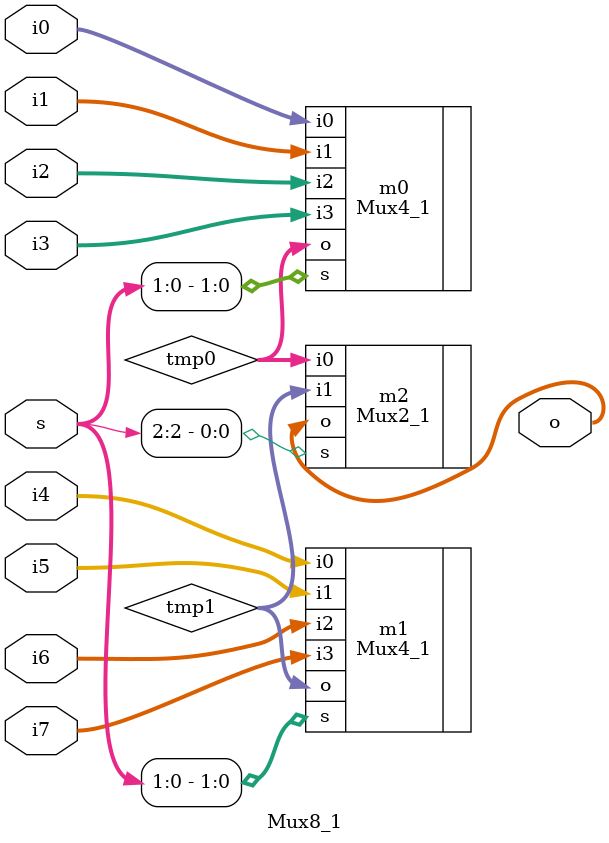
<source format=sv>
module Mux8_1 #(
    WIDTH = 32
) (
    input   [WIDTH - 1 : 0] i0  ,
    input   [WIDTH - 1 : 0] i1  ,
    input   [WIDTH - 1 : 0] i2  ,
    input   [WIDTH - 1 : 0] i3  ,
    input   [WIDTH - 1 : 0] i4  ,
    input   [WIDTH - 1 : 0] i5  ,
    input   [WIDTH - 1 : 0] i6  ,
    input   [WIDTH - 1 : 0] i7  ,
    input   [2         : 0] s   ,
    output  [WIDTH - 1 : 0] o   
);

    wire    [WIDTH - 1 : 0] tmp0, tmp1;

    Mux4_1 #(.WIDTH(WIDTH)) m0 (.i0(i0), .i1(i1), .i2(i2), .i3(i3), .s(s[1:0]), .o(tmp0));
    Mux4_1 #(.WIDTH(WIDTH)) m1 (.i0(i4), .i1(i5), .i2(i6), .i3(i7), .s(s[1:0]), .o(tmp1));

    Mux2_1 #(.WIDTH(WIDTH)) m2 (.i0(tmp0), .i1(tmp1), .s(s[2]), .o(o));

endmodule

</source>
